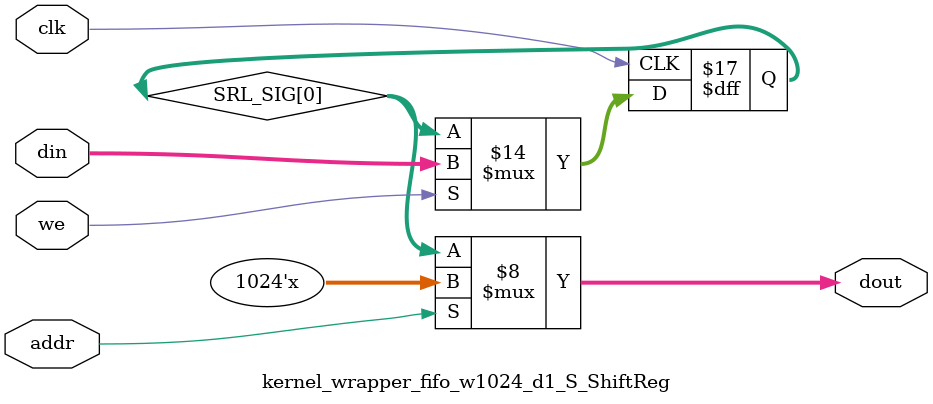
<source format=v>

`timescale 1 ns / 1 ps

module kernel_wrapper_fifo_w1024_d1_S
#(parameter
    MEM_STYLE   = "shiftReg",
    DATA_WIDTH  = 1024,
    ADDR_WIDTH  = 1,
    DEPTH       = 1)
(
    // system signal
    input  wire                  clk,
    input  wire                  reset,

    // write
    output wire                  if_full_n,
    input  wire                  if_write_ce,
    input  wire                  if_write,
    input  wire [DATA_WIDTH-1:0] if_din,
    
    // read 
    output wire [ADDR_WIDTH:0]   if_num_data_valid, // for FRP
    output wire [ADDR_WIDTH:0]   if_fifo_cap,       // for FRP
    output wire                  if_empty_n,
    input  wire                  if_read_ce,
    input  wire                  if_read,
    output wire [DATA_WIDTH-1:0] if_dout
);
//------------------------Parameter----------------------

//------------------------Local signal-------------------
wire [ADDR_WIDTH-1:0] addr;
wire                  push;
wire                  pop;
reg signed [ADDR_WIDTH:0]   mOutPtr;
reg                   empty_n = 1'b0;
reg                   full_n  = 1'b1;
// with almost full?  no 
//------------------------Instantiation------------------
kernel_wrapper_fifo_w1024_d1_S_ShiftReg 
#(  .DATA_WIDTH (DATA_WIDTH),
    .ADDR_WIDTH (ADDR_WIDTH),
    .DEPTH      (DEPTH))
U_kernel_wrapper_fifo_w1024_d1_S_ShiftReg (
    .clk        (clk),
    .we         (push),
    .addr       (addr),
    .din        (if_din),
    .dout       (if_dout)
);
//------------------------Task and function--------------

//------------------------Body---------------------------
// has num_data_valid ? 
assign if_num_data_valid = mOutPtr + 1'b1; // yes
assign if_fifo_cap = DEPTH; // yes 

// has almost full ? 
assign if_full_n  = full_n; //no 
assign if_empty_n = empty_n;

assign push = (if_write & if_write_ce) & full_n;
assign pop  = (if_read & if_read_ce) & empty_n;
assign addr = mOutPtr[ADDR_WIDTH] == 1'b0 ? mOutPtr[ADDR_WIDTH-1:0]:{ADDR_WIDTH{1'b0}};

// full_n
always @(posedge clk ) begin
    if (reset == 1'b1)
        full_n <= 1'b1;
    else if (push & ~pop) begin
        if (mOutPtr == DEPTH - 2)
            full_n <= 1'b0;
    end
    else if (~push & pop)
        full_n <= 1'b1;
end

// almost_full_n 

// empty_n
always @(posedge clk ) begin
    if (reset == 1'b1)
        empty_n <= 1'b0;
    else if (push & ~pop)
        empty_n <= 1'b1;
    else if (~push & pop) begin
        if (mOutPtr == 0)
            empty_n <= 1'b0;
    end
end

// mOutPtr
always @(posedge clk ) begin
    if (reset == 1'b1)
        mOutPtr <= {ADDR_WIDTH+1{1'b1}};
    else if (push & ~pop)
        mOutPtr <= mOutPtr + 1'b1;
    else if (~push & pop)
        mOutPtr <= mOutPtr - 1'b1;
end

endmodule  


module kernel_wrapper_fifo_w1024_d1_S_ShiftReg
#(parameter
    DATA_WIDTH  = 1024,
    ADDR_WIDTH  = 1,
    DEPTH       = 1)
(
    input  wire                  clk,
    input  wire                  we,
    input  wire [ADDR_WIDTH-1:0] addr,
    input  wire [DATA_WIDTH-1:0] din,
    output wire [DATA_WIDTH-1:0] dout
);

reg [DATA_WIDTH-1:0] SRL_SIG [0:DEPTH-1];
integer i;

always @ (posedge clk) begin
    if (we) begin
        for (i=0; i<DEPTH-1; i=i+1)
            SRL_SIG[i+1] <= SRL_SIG[i];
        SRL_SIG[0] <= din;
    end
end

assign dout = SRL_SIG[addr];

endmodule

</source>
